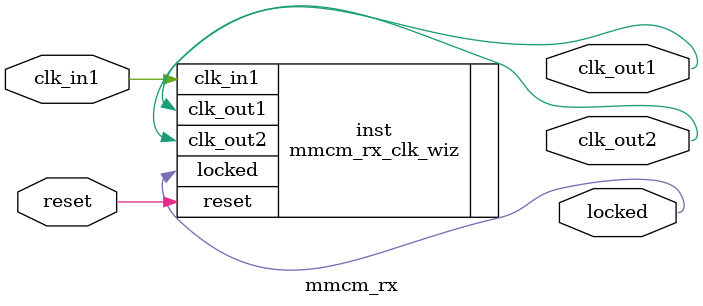
<source format=v>


`timescale 1ps/1ps

(* CORE_GENERATION_INFO = "mmcm_rx,clk_wiz_v6_0_11_0_0,{component_name=mmcm_rx,use_phase_alignment=true,use_min_o_jitter=false,use_max_i_jitter=false,use_dyn_phase_shift=false,use_inclk_switchover=false,use_dyn_reconfig=false,enable_axi=0,feedback_source=FDBK_AUTO,PRIMITIVE=PLL,num_out_clk=2,clkin1_period=10.000,clkin2_period=10.000,use_power_down=false,use_reset=true,use_locked=true,use_inclk_stopped=false,feedback_type=SINGLE,CLOCK_MGR_TYPE=NA,manual_override=false}" *)

module mmcm_rx 
 (
  // Clock out ports
  output        clk_out1,
  output        clk_out2,
  // Status and control signals
  input         reset,
  output        locked,
 // Clock in ports
  input         clk_in1
 );

  mmcm_rx_clk_wiz inst
  (
  // Clock out ports  
  .clk_out1(clk_out1),
  .clk_out2(clk_out2),
  // Status and control signals               
  .reset(reset), 
  .locked(locked),
 // Clock in ports
  .clk_in1(clk_in1)
  );

endmodule

</source>
